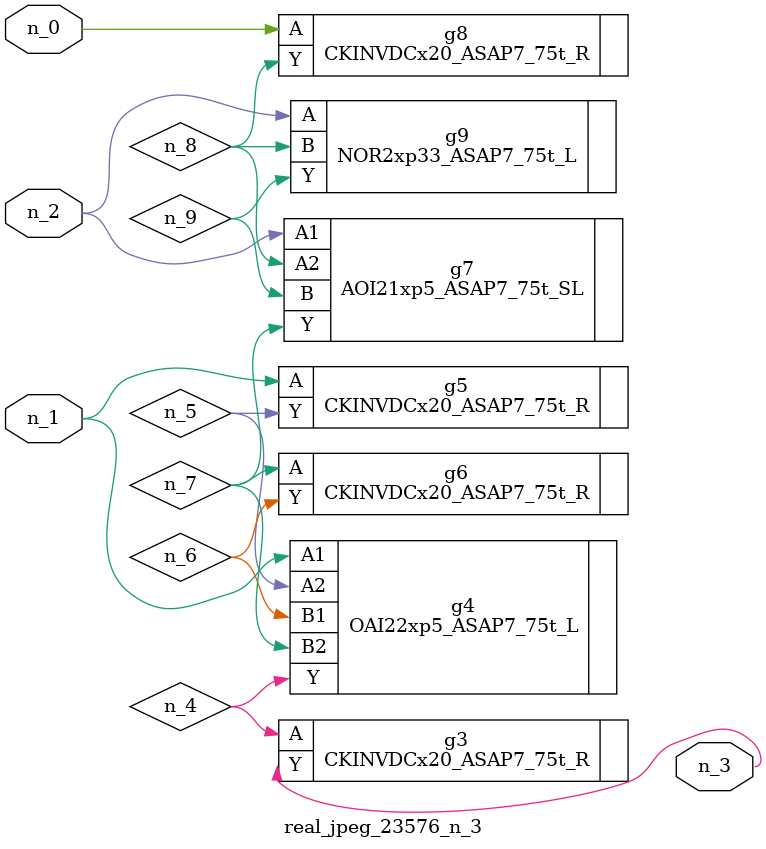
<source format=v>
module real_jpeg_23576_n_3 (n_1, n_0, n_2, n_3);

input n_1;
input n_0;
input n_2;

output n_3;

wire n_5;
wire n_8;
wire n_4;
wire n_6;
wire n_7;
wire n_9;

CKINVDCx20_ASAP7_75t_R g8 ( 
.A(n_0),
.Y(n_8)
);

OAI22xp5_ASAP7_75t_L g4 ( 
.A1(n_1),
.A2(n_5),
.B1(n_6),
.B2(n_7),
.Y(n_4)
);

CKINVDCx20_ASAP7_75t_R g5 ( 
.A(n_1),
.Y(n_5)
);

AOI21xp5_ASAP7_75t_SL g7 ( 
.A1(n_2),
.A2(n_8),
.B(n_9),
.Y(n_7)
);

NOR2xp33_ASAP7_75t_L g9 ( 
.A(n_2),
.B(n_8),
.Y(n_9)
);

CKINVDCx20_ASAP7_75t_R g3 ( 
.A(n_4),
.Y(n_3)
);

CKINVDCx20_ASAP7_75t_R g6 ( 
.A(n_7),
.Y(n_6)
);


endmodule
</source>
